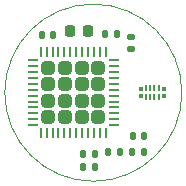
<source format=gbr>
%TF.GenerationSoftware,KiCad,Pcbnew,9.0.0*%
%TF.CreationDate,2025-03-13T16:47:56-04:00*%
%TF.ProjectId,IngestibleCapsule-Board_larger_vias,496e6765-7374-4696-926c-654361707375,rev?*%
%TF.SameCoordinates,Original*%
%TF.FileFunction,Paste,Top*%
%TF.FilePolarity,Positive*%
%FSLAX46Y46*%
G04 Gerber Fmt 4.6, Leading zero omitted, Abs format (unit mm)*
G04 Created by KiCad (PCBNEW 9.0.0) date 2025-03-13 16:47:56*
%MOMM*%
%LPD*%
G01*
G04 APERTURE LIST*
G04 Aperture macros list*
%AMRoundRect*
0 Rectangle with rounded corners*
0 $1 Rounding radius*
0 $2 $3 $4 $5 $6 $7 $8 $9 X,Y pos of 4 corners*
0 Add a 4 corners polygon primitive as box body*
4,1,4,$2,$3,$4,$5,$6,$7,$8,$9,$2,$3,0*
0 Add four circle primitives for the rounded corners*
1,1,$1+$1,$2,$3*
1,1,$1+$1,$4,$5*
1,1,$1+$1,$6,$7*
1,1,$1+$1,$8,$9*
0 Add four rect primitives between the rounded corners*
20,1,$1+$1,$2,$3,$4,$5,0*
20,1,$1+$1,$4,$5,$6,$7,0*
20,1,$1+$1,$6,$7,$8,$9,0*
20,1,$1+$1,$8,$9,$2,$3,0*%
G04 Aperture macros list end*
%ADD10RoundRect,0.140000X-0.140000X-0.170000X0.140000X-0.170000X0.140000X0.170000X-0.140000X0.170000X0*%
%ADD11RoundRect,0.225000X-0.225000X-0.250000X0.225000X-0.250000X0.225000X0.250000X-0.225000X0.250000X0*%
%ADD12RoundRect,0.140000X0.170000X-0.140000X0.170000X0.140000X-0.170000X0.140000X-0.170000X-0.140000X0*%
%ADD13RoundRect,0.135000X-0.135000X-0.185000X0.135000X-0.185000X0.135000X0.185000X-0.135000X0.185000X0*%
%ADD14R,0.380000X0.300000*%
%ADD15R,0.200000X0.520000*%
%ADD16RoundRect,0.250000X-0.315000X-0.315000X0.315000X-0.315000X0.315000X0.315000X-0.315000X0.315000X0*%
%ADD17RoundRect,0.062500X-0.375000X-0.062500X0.375000X-0.062500X0.375000X0.062500X-0.375000X0.062500X0*%
%ADD18RoundRect,0.062500X-0.062500X-0.375000X0.062500X-0.375000X0.062500X0.375000X-0.062500X0.375000X0*%
%TA.AperFunction,Profile*%
%ADD19C,0.050000*%
%TD*%
G04 APERTURE END LIST*
D10*
%TO.C,C5*%
X95620000Y-70100000D03*
X96580000Y-70100000D03*
%TD*%
%TO.C,C9*%
X99140000Y-81280000D03*
X100100000Y-81280000D03*
%TD*%
D11*
%TO.C,C10*%
X98000000Y-69800000D03*
X99550000Y-69800000D03*
%TD*%
D10*
%TO.C,C8*%
X99150000Y-80230000D03*
X100110000Y-80230000D03*
%TD*%
%TO.C,C11*%
X103320000Y-78700000D03*
X104280000Y-78700000D03*
%TD*%
D12*
%TO.C,C6*%
X103200000Y-71280000D03*
X103200000Y-70320000D03*
%TD*%
D10*
%TO.C,C7*%
X101260000Y-80000000D03*
X102220000Y-80000000D03*
%TD*%
D13*
%TO.C,R3*%
X103300000Y-80000000D03*
X104320000Y-80000000D03*
%TD*%
D14*
%TO.C,J2*%
X104035000Y-74720000D03*
X104035000Y-75280000D03*
X105965000Y-74720000D03*
X105965000Y-75280000D03*
D15*
X104475000Y-74610000D03*
X104475000Y-75390000D03*
X104825000Y-74610000D03*
X104825000Y-75390000D03*
X105175000Y-74610000D03*
X105175000Y-75390000D03*
X105525000Y-74610000D03*
X105525000Y-75390000D03*
%TD*%
D16*
%TO.C,U1*%
X96200000Y-72900000D03*
X96200000Y-74300000D03*
X96200000Y-75700000D03*
X96200000Y-77100000D03*
X97600000Y-72900000D03*
X97600000Y-74300000D03*
X97600000Y-75700000D03*
X97600000Y-77100000D03*
X99000000Y-72900000D03*
X99000000Y-74300000D03*
X99000000Y-75700000D03*
X99000000Y-77100000D03*
X100400000Y-72900000D03*
X100400000Y-74300000D03*
X100400000Y-75700000D03*
X100400000Y-77100000D03*
D17*
X94862500Y-72250000D03*
X94862500Y-72750000D03*
X94862500Y-73250000D03*
X94862500Y-73750000D03*
X94862500Y-74250000D03*
X94862500Y-74750000D03*
X94862500Y-75250000D03*
X94862500Y-75750000D03*
X94862500Y-76250000D03*
X94862500Y-76750000D03*
X94862500Y-77250000D03*
X94862500Y-77750000D03*
D18*
X95550000Y-78437500D03*
X96050000Y-78437500D03*
X96550000Y-78437500D03*
X97050000Y-78437500D03*
X97550000Y-78437500D03*
X98050000Y-78437500D03*
X98550000Y-78437500D03*
X99050000Y-78437500D03*
X99550000Y-78437500D03*
X100050000Y-78437500D03*
X100550000Y-78437500D03*
X101050000Y-78437500D03*
D17*
X101737500Y-77750000D03*
X101737500Y-77250000D03*
X101737500Y-76750000D03*
X101737500Y-76250000D03*
X101737500Y-75750000D03*
X101737500Y-75250000D03*
X101737500Y-74750000D03*
X101737500Y-74250000D03*
X101737500Y-73750000D03*
X101737500Y-73250000D03*
X101737500Y-72750000D03*
X101737500Y-72250000D03*
D18*
X101050000Y-71562500D03*
X100550000Y-71562500D03*
X100050000Y-71562500D03*
X99550000Y-71562500D03*
X99050000Y-71562500D03*
X98550000Y-71562500D03*
X98050000Y-71562500D03*
X97550000Y-71562500D03*
X97050000Y-71562500D03*
X96550000Y-71562500D03*
X96050000Y-71562500D03*
X95550000Y-71562500D03*
%TD*%
D13*
%TO.C,R2*%
X100980000Y-70000000D03*
X102000000Y-70000000D03*
%TD*%
D19*
X107500000Y-75000000D02*
G75*
G02*
X92500000Y-75000000I-7500000J0D01*
G01*
X92500000Y-75000000D02*
G75*
G02*
X107500000Y-75000000I7500000J0D01*
G01*
M02*

</source>
